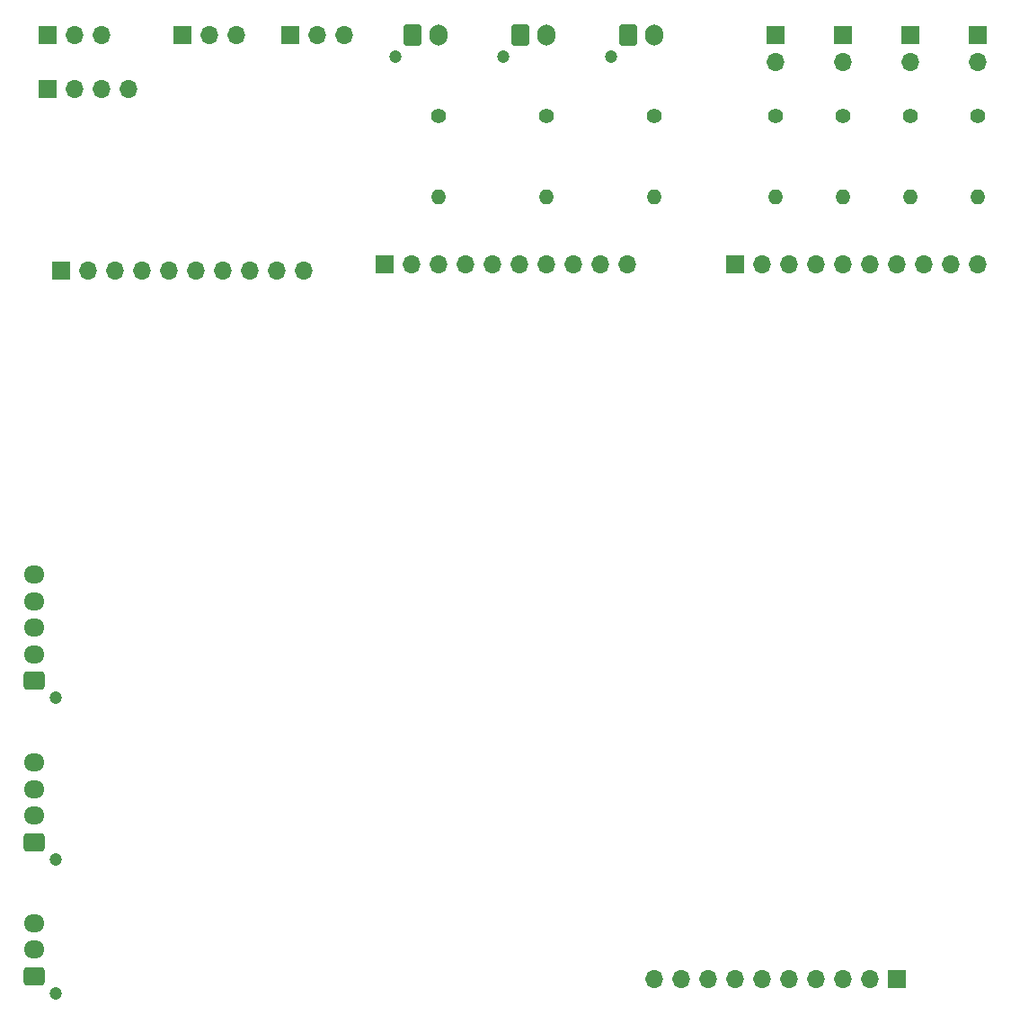
<source format=gbr>
%TF.GenerationSoftware,KiCad,Pcbnew,8.0.3*%
%TF.CreationDate,2024-11-03T21:20:52+01:00*%
%TF.ProjectId,weerstation-analoog,77656572-7374-4617-9469-6f6e2d616e61,rev?*%
%TF.SameCoordinates,Original*%
%TF.FileFunction,Soldermask,Top*%
%TF.FilePolarity,Negative*%
%FSLAX46Y46*%
G04 Gerber Fmt 4.6, Leading zero omitted, Abs format (unit mm)*
G04 Created by KiCad (PCBNEW 8.0.3) date 2024-11-03 21:20:52*
%MOMM*%
%LPD*%
G01*
G04 APERTURE LIST*
G04 Aperture macros list*
%AMRoundRect*
0 Rectangle with rounded corners*
0 $1 Rounding radius*
0 $2 $3 $4 $5 $6 $7 $8 $9 X,Y pos of 4 corners*
0 Add a 4 corners polygon primitive as box body*
4,1,4,$2,$3,$4,$5,$6,$7,$8,$9,$2,$3,0*
0 Add four circle primitives for the rounded corners*
1,1,$1+$1,$2,$3*
1,1,$1+$1,$4,$5*
1,1,$1+$1,$6,$7*
1,1,$1+$1,$8,$9*
0 Add four rect primitives between the rounded corners*
20,1,$1+$1,$2,$3,$4,$5,0*
20,1,$1+$1,$4,$5,$6,$7,0*
20,1,$1+$1,$6,$7,$8,$9,0*
20,1,$1+$1,$8,$9,$2,$3,0*%
G04 Aperture macros list end*
%ADD10R,1.700000X1.700000*%
%ADD11O,1.700000X1.700000*%
%ADD12C,1.200000*%
%ADD13RoundRect,0.250000X0.725000X-0.600000X0.725000X0.600000X-0.725000X0.600000X-0.725000X-0.600000X0*%
%ADD14O,1.950000X1.700000*%
%ADD15C,1.400000*%
%ADD16O,1.400000X1.400000*%
%ADD17RoundRect,0.250000X-0.600000X-0.750000X0.600000X-0.750000X0.600000X0.750000X-0.600000X0.750000X0*%
%ADD18O,1.700000X2.000000*%
G04 APERTURE END LIST*
D10*
%TO.C,R9*%
X100330000Y-17780000D03*
D11*
X100330000Y-20320000D03*
%TD*%
D12*
%TO.C,J11*%
X19780000Y-80180000D03*
D13*
X17780000Y-78580000D03*
D14*
X17780000Y-76080000D03*
X17780000Y-73580000D03*
X17780000Y-71080000D03*
X17780000Y-68580000D03*
%TD*%
D10*
%TO.C,J6*%
X20320000Y-39935000D03*
D11*
X22860000Y-39935000D03*
X25400000Y-39935000D03*
X27940000Y-39935000D03*
X30480000Y-39935000D03*
X33020000Y-39935000D03*
X35560000Y-39935000D03*
X38100000Y-39935000D03*
X40640000Y-39935000D03*
X43180000Y-39935000D03*
%TD*%
D10*
%TO.C,J5*%
X98998700Y-106680000D03*
D11*
X96458700Y-106680000D03*
X93918700Y-106680000D03*
X91378700Y-106680000D03*
X88838700Y-106680000D03*
X86298700Y-106680000D03*
X83758700Y-106680000D03*
X81218700Y-106680000D03*
X78678700Y-106680000D03*
X76138700Y-106680000D03*
%TD*%
D15*
%TO.C,R6*%
X55880000Y-25400000D03*
D16*
X55880000Y-33020000D03*
%TD*%
D10*
%TO.C,J8*%
X41910000Y-17780000D03*
D11*
X44450000Y-17780000D03*
X46990000Y-17780000D03*
%TD*%
D12*
%TO.C,J2*%
X19780000Y-95380000D03*
D13*
X17780000Y-93780000D03*
D14*
X17780000Y-91280000D03*
X17780000Y-88780000D03*
X17780000Y-86280000D03*
%TD*%
D12*
%TO.C,J1*%
X19780000Y-108000000D03*
D13*
X17780000Y-106400000D03*
D14*
X17780000Y-103900000D03*
X17780000Y-101400000D03*
%TD*%
D12*
%TO.C,R3*%
X61940000Y-19780000D03*
D17*
X63540000Y-17780000D03*
D18*
X66040000Y-17780000D03*
%TD*%
D15*
%TO.C,R12*%
X93980000Y-25400000D03*
D16*
X93980000Y-33020000D03*
%TD*%
D10*
%TO.C,R7*%
X106680000Y-17780000D03*
D11*
X106680000Y-20320000D03*
%TD*%
D15*
%TO.C,R4*%
X66040000Y-25400000D03*
D16*
X66040000Y-33020000D03*
%TD*%
D10*
%TO.C,J4*%
X83820000Y-39370000D03*
D11*
X86360000Y-39370000D03*
X88900000Y-39370000D03*
X91440000Y-39370000D03*
X93980000Y-39370000D03*
X96520000Y-39370000D03*
X99060000Y-39370000D03*
X101600000Y-39370000D03*
X104140000Y-39370000D03*
X106680000Y-39370000D03*
%TD*%
D10*
%TO.C,J7*%
X31750000Y-17780000D03*
D11*
X34290000Y-17780000D03*
X36830000Y-17780000D03*
%TD*%
D12*
%TO.C,R5*%
X51780000Y-19780000D03*
D17*
X53380000Y-17780000D03*
D18*
X55880000Y-17780000D03*
%TD*%
D10*
%TO.C,J10*%
X19050000Y-22860000D03*
D11*
X21590000Y-22860000D03*
X24130000Y-22860000D03*
X26670000Y-22860000D03*
%TD*%
D10*
%TO.C,J3*%
X50800000Y-39370000D03*
D11*
X53340000Y-39370000D03*
X55880000Y-39370000D03*
X58420000Y-39370000D03*
X60960000Y-39370000D03*
X63500000Y-39370000D03*
X66040000Y-39370000D03*
X68580000Y-39370000D03*
X71120000Y-39370000D03*
X73660000Y-39370000D03*
%TD*%
D12*
%TO.C,R1*%
X72100000Y-19780000D03*
D17*
X73700000Y-17780000D03*
D18*
X76200000Y-17780000D03*
%TD*%
D10*
%TO.C,J9*%
X19050000Y-17780000D03*
D11*
X21590000Y-17780000D03*
X24130000Y-17780000D03*
%TD*%
D15*
%TO.C,R10*%
X100330000Y-25400000D03*
D16*
X100330000Y-33020000D03*
%TD*%
D10*
%TO.C,R11*%
X93980000Y-17780000D03*
D11*
X93980000Y-20320000D03*
%TD*%
D15*
%TO.C,R2*%
X76200000Y-25400000D03*
D16*
X76200000Y-33020000D03*
%TD*%
D15*
%TO.C,R14*%
X87630000Y-25400000D03*
D16*
X87630000Y-33020000D03*
%TD*%
D15*
%TO.C,R8*%
X106660000Y-25400000D03*
D16*
X106660000Y-33020000D03*
%TD*%
D10*
%TO.C,R13*%
X87630000Y-17780000D03*
D11*
X87630000Y-20320000D03*
%TD*%
M02*

</source>
